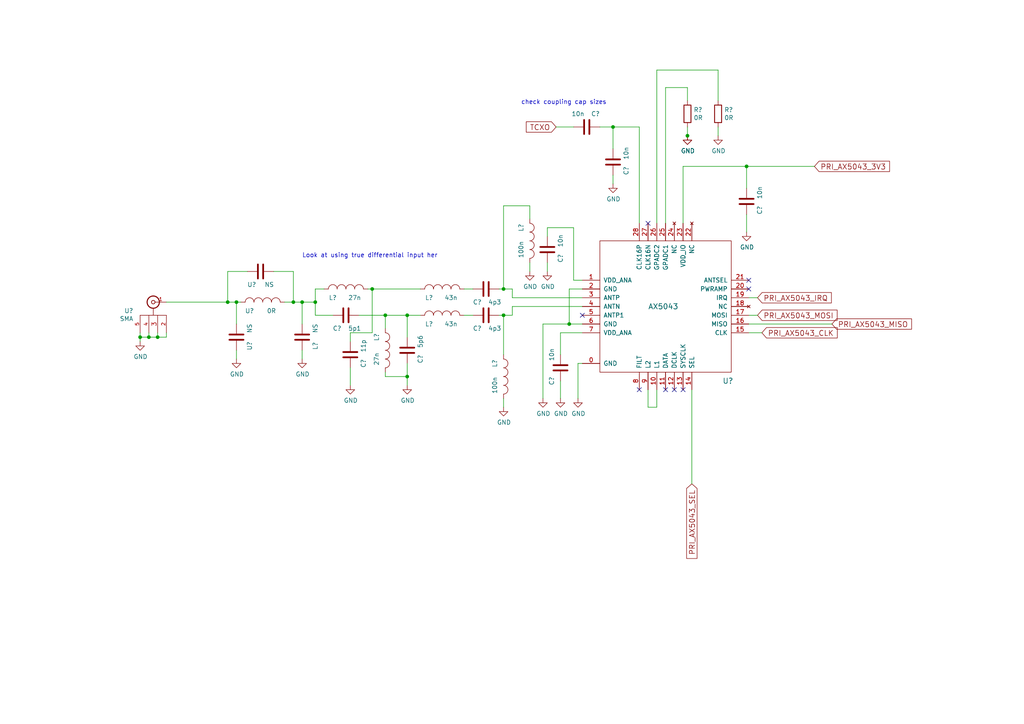
<source format=kicad_sch>
(kicad_sch (version 20211123) (generator eeschema)

  (uuid ff12af30-4b25-439a-bbff-31c75fbf9030)

  (paper "A4")

  (lib_symbols
    (symbol "rtihu-rescue:AX5043" (pin_names (offset 1.016)) (in_bom yes) (on_board yes)
      (property "Reference" "U" (id 0) (at 16.51 -20.32 0)
        (effects (font (size 1.524 1.524)))
      )
      (property "Value" "AX5043" (id 1) (at 0 0 0)
        (effects (font (size 1.524 1.524)))
      )
      (property "Footprint" "" (id 2) (at 0 0 0)
        (effects (font (size 1.524 1.524)) hide)
      )
      (property "Datasheet" "" (id 3) (at 16.51 -20.32 0)
        (effects (font (size 1.524 1.524)) hide)
      )
      (symbol "AX5043_0_1"
        (rectangle (start -19.05 19.05) (end 19.05 -19.05)
          (stroke (width 0) (type default) (color 0 0 0 0))
          (fill (type none))
        )
      )
      (symbol "AX5043_1_1"
        (pin passive line (at -24.13 -16.51 0) (length 5.08)
          (name "GND" (effects (font (size 1.27 1.27))))
          (number "0" (effects (font (size 1.27 1.27))))
        )
        (pin passive line (at -24.13 7.62 0) (length 5.08)
          (name "VDD_ANA" (effects (font (size 1.27 1.27))))
          (number "1" (effects (font (size 1.27 1.27))))
        )
        (pin passive line (at -2.54 -24.13 90) (length 5.08)
          (name "L1" (effects (font (size 1.27 1.27))))
          (number "10" (effects (font (size 1.27 1.27))))
        )
        (pin input line (at 0 -24.13 90) (length 5.08)
          (name "DATA" (effects (font (size 1.27 1.27))))
          (number "11" (effects (font (size 1.27 1.27))))
        )
        (pin input line (at 2.54 -24.13 90) (length 5.08)
          (name "DCLK" (effects (font (size 1.27 1.27))))
          (number "12" (effects (font (size 1.27 1.27))))
        )
        (pin output line (at 5.08 -24.13 90) (length 5.08)
          (name "SYSCLK" (effects (font (size 1.27 1.27))))
          (number "13" (effects (font (size 1.27 1.27))))
        )
        (pin input line (at 7.62 -24.13 90) (length 5.08)
          (name "SEL" (effects (font (size 1.27 1.27))))
          (number "14" (effects (font (size 1.27 1.27))))
        )
        (pin input line (at 24.13 -7.62 180) (length 5.08)
          (name "CLK" (effects (font (size 1.27 1.27))))
          (number "15" (effects (font (size 1.27 1.27))))
        )
        (pin output line (at 24.13 -5.08 180) (length 5.08)
          (name "MISO" (effects (font (size 1.27 1.27))))
          (number "16" (effects (font (size 1.27 1.27))))
        )
        (pin input line (at 24.13 -2.54 180) (length 5.08)
          (name "MOSI" (effects (font (size 1.27 1.27))))
          (number "17" (effects (font (size 1.27 1.27))))
        )
        (pin no_connect line (at 24.13 0 180) (length 5.08)
          (name "NC" (effects (font (size 1.27 1.27))))
          (number "18" (effects (font (size 1.27 1.27))))
        )
        (pin output line (at 24.13 2.54 180) (length 5.08)
          (name "IRQ" (effects (font (size 1.27 1.27))))
          (number "19" (effects (font (size 1.27 1.27))))
        )
        (pin input line (at -24.13 5.08 0) (length 5.08)
          (name "GND" (effects (font (size 1.27 1.27))))
          (number "2" (effects (font (size 1.27 1.27))))
        )
        (pin output line (at 24.13 5.08 180) (length 5.08)
          (name "PWRAMP" (effects (font (size 1.27 1.27))))
          (number "20" (effects (font (size 1.27 1.27))))
        )
        (pin output line (at 24.13 7.62 180) (length 5.08)
          (name "ANTSEL" (effects (font (size 1.27 1.27))))
          (number "21" (effects (font (size 1.27 1.27))))
        )
        (pin no_connect line (at 7.62 24.13 270) (length 5.08)
          (name "NC" (effects (font (size 1.27 1.27))))
          (number "22" (effects (font (size 1.27 1.27))))
        )
        (pin passive line (at 5.08 24.13 270) (length 5.08)
          (name "VDD_IO" (effects (font (size 1.27 1.27))))
          (number "23" (effects (font (size 1.27 1.27))))
        )
        (pin no_connect line (at 2.54 24.13 270) (length 5.08)
          (name "NC" (effects (font (size 1.27 1.27))))
          (number "24" (effects (font (size 1.27 1.27))))
        )
        (pin input line (at 0 24.13 270) (length 5.08)
          (name "GPADC1" (effects (font (size 1.27 1.27))))
          (number "25" (effects (font (size 1.27 1.27))))
        )
        (pin input line (at -2.54 24.13 270) (length 5.08)
          (name "GPADC2" (effects (font (size 1.27 1.27))))
          (number "26" (effects (font (size 1.27 1.27))))
        )
        (pin passive line (at -5.08 24.13 270) (length 5.08)
          (name "CLK16N" (effects (font (size 1.27 1.27))))
          (number "27" (effects (font (size 1.27 1.27))))
        )
        (pin passive line (at -7.62 24.13 270) (length 5.08)
          (name "CLK16P" (effects (font (size 1.27 1.27))))
          (number "28" (effects (font (size 1.27 1.27))))
        )
        (pin bidirectional line (at -24.13 2.54 0) (length 5.08)
          (name "ANTP" (effects (font (size 1.27 1.27))))
          (number "3" (effects (font (size 1.27 1.27))))
        )
        (pin bidirectional line (at -24.13 0 0) (length 5.08)
          (name "ANTN" (effects (font (size 1.27 1.27))))
          (number "4" (effects (font (size 1.27 1.27))))
        )
        (pin output line (at -24.13 -2.54 0) (length 5.08)
          (name "ANTP1" (effects (font (size 1.27 1.27))))
          (number "5" (effects (font (size 1.27 1.27))))
        )
        (pin input line (at -24.13 -5.08 0) (length 5.08)
          (name "GND" (effects (font (size 1.27 1.27))))
          (number "6" (effects (font (size 1.27 1.27))))
        )
        (pin passive line (at -24.13 -7.62 0) (length 5.08)
          (name "VDD_ANA" (effects (font (size 1.27 1.27))))
          (number "7" (effects (font (size 1.27 1.27))))
        )
        (pin passive line (at -7.62 -24.13 90) (length 5.08)
          (name "FILT" (effects (font (size 1.27 1.27))))
          (number "8" (effects (font (size 1.27 1.27))))
        )
        (pin passive line (at -5.08 -24.13 90) (length 5.08)
          (name "L2" (effects (font (size 1.27 1.27))))
          (number "9" (effects (font (size 1.27 1.27))))
        )
      )
    )
    (symbol "rtihu-rescue:C" (pin_numbers hide) (pin_names (offset 0.254)) (in_bom yes) (on_board yes)
      (property "Reference" "C" (id 0) (at 0.635 2.54 0)
        (effects (font (size 1.27 1.27)) (justify left))
      )
      (property "Value" "C" (id 1) (at 0.635 -2.54 0)
        (effects (font (size 1.27 1.27)) (justify left))
      )
      (property "Footprint" "" (id 2) (at 0.9652 -3.81 0)
        (effects (font (size 0.762 0.762)))
      )
      (property "Datasheet" "" (id 3) (at 0 0 0)
        (effects (font (size 1.524 1.524)))
      )
      (property "ki_fp_filters" "C? C_????_* C_???? SMD*_c Capacitor*" (id 4) (at 0 0 0)
        (effects (font (size 1.27 1.27)) hide)
      )
      (symbol "C_0_1"
        (polyline
          (pts
            (xy -2.032 -0.762)
            (xy 2.032 -0.762)
          )
          (stroke (width 0.508) (type default) (color 0 0 0 0))
          (fill (type none))
        )
        (polyline
          (pts
            (xy -2.032 0.762)
            (xy 2.032 0.762)
          )
          (stroke (width 0.508) (type default) (color 0 0 0 0))
          (fill (type none))
        )
      )
      (symbol "C_1_1"
        (pin passive line (at 0 3.81 270) (length 2.794)
          (name "~" (effects (font (size 1.016 1.016))))
          (number "1" (effects (font (size 1.016 1.016))))
        )
        (pin passive line (at 0 -3.81 90) (length 2.794)
          (name "~" (effects (font (size 1.016 1.016))))
          (number "2" (effects (font (size 1.016 1.016))))
        )
      )
    )
    (symbol "rtihu-rescue:GND" (power) (pin_names (offset 0)) (in_bom yes) (on_board yes)
      (property "Reference" "#PWR" (id 0) (at 0 -6.35 0)
        (effects (font (size 1.27 1.27)) hide)
      )
      (property "Value" "GND" (id 1) (at 0 -3.81 0)
        (effects (font (size 1.27 1.27)))
      )
      (property "Footprint" "" (id 2) (at 0 0 0)
        (effects (font (size 1.524 1.524)))
      )
      (property "Datasheet" "" (id 3) (at 0 0 0)
        (effects (font (size 1.524 1.524)))
      )
      (symbol "GND_0_1"
        (polyline
          (pts
            (xy 0 0)
            (xy 0 -1.27)
            (xy 1.27 -1.27)
            (xy 0 -2.54)
            (xy -1.27 -1.27)
            (xy 0 -1.27)
          )
          (stroke (width 0) (type default) (color 0 0 0 0))
          (fill (type none))
        )
      )
      (symbol "GND_1_1"
        (pin power_in line (at 0 0 270) (length 0) hide
          (name "GND" (effects (font (size 1.27 1.27))))
          (number "1" (effects (font (size 1.27 1.27))))
        )
      )
    )
    (symbol "rtihu-rescue:INDUCTOR_SMALL" (pin_numbers hide) (pin_names (offset 0) hide) (in_bom yes) (on_board yes)
      (property "Reference" "L" (id 0) (at 0 2.54 0)
        (effects (font (size 1.27 1.27)))
      )
      (property "Value" "INDUCTOR_SMALL" (id 1) (at 0 -1.27 0)
        (effects (font (size 1.27 1.27)))
      )
      (property "Footprint" "" (id 2) (at 0 0 0)
        (effects (font (size 1.27 1.27)))
      )
      (property "Datasheet" "" (id 3) (at 0 0 0)
        (effects (font (size 1.27 1.27)))
      )
      (property "ki_fp_filters" "Choke_* *Coil*" (id 4) (at 0 0 0)
        (effects (font (size 1.27 1.27)) hide)
      )
      (symbol "INDUCTOR_SMALL_0_1"
        (arc (start -2.54 0) (mid -3.81 1.27) (end -5.08 0)
          (stroke (width 0) (type default) (color 0 0 0 0))
          (fill (type none))
        )
        (arc (start 0 0) (mid -1.27 1.27) (end -2.54 0)
          (stroke (width 0) (type default) (color 0 0 0 0))
          (fill (type none))
        )
        (arc (start 2.54 0) (mid 1.27 1.27) (end 0 0)
          (stroke (width 0) (type default) (color 0 0 0 0))
          (fill (type none))
        )
        (arc (start 5.08 0) (mid 3.81 1.27) (end 2.54 0)
          (stroke (width 0) (type default) (color 0 0 0 0))
          (fill (type none))
        )
      )
      (symbol "INDUCTOR_SMALL_1_1"
        (pin input line (at -6.35 0 0) (length 1.27)
          (name "1" (effects (font (size 0.762 0.762))))
          (number "1" (effects (font (size 0.762 0.762))))
        )
        (pin input line (at 6.35 0 180) (length 1.27)
          (name "2" (effects (font (size 0.762 0.762))))
          (number "2" (effects (font (size 0.762 0.762))))
        )
      )
    )
    (symbol "rtihu-rescue:R" (pin_numbers hide) (pin_names (offset 0)) (in_bom yes) (on_board yes)
      (property "Reference" "R" (id 0) (at 2.032 0 90)
        (effects (font (size 1.27 1.27)))
      )
      (property "Value" "R" (id 1) (at 0 0 90)
        (effects (font (size 1.27 1.27)))
      )
      (property "Footprint" "" (id 2) (at -1.778 0 90)
        (effects (font (size 0.762 0.762)))
      )
      (property "Datasheet" "" (id 3) (at 0 0 0)
        (effects (font (size 0.762 0.762)))
      )
      (property "ki_fp_filters" "R_* Resistor_*" (id 4) (at 0 0 0)
        (effects (font (size 1.27 1.27)) hide)
      )
      (symbol "R_0_1"
        (rectangle (start -1.016 -2.54) (end 1.016 2.54)
          (stroke (width 0.254) (type default) (color 0 0 0 0))
          (fill (type none))
        )
      )
      (symbol "R_1_1"
        (pin passive line (at 0 3.81 270) (length 1.27)
          (name "~" (effects (font (size 1.524 1.524))))
          (number "1" (effects (font (size 1.524 1.524))))
        )
        (pin passive line (at 0 -3.81 90) (length 1.27)
          (name "~" (effects (font (size 1.524 1.524))))
          (number "2" (effects (font (size 1.524 1.524))))
        )
      )
    )
    (symbol "rtihu-rescue:SMA" (pin_names (offset 1.016) hide) (in_bom yes) (on_board yes)
      (property "Reference" "P" (id 0) (at 0.254 3.048 0)
        (effects (font (size 1.27 1.27)))
      )
      (property "Value" "SMA" (id 1) (at 2.794 -1.524 90)
        (effects (font (size 1.27 1.27)))
      )
      (property "Footprint" "" (id 2) (at 0 0 0)
        (effects (font (size 1.27 1.27)))
      )
      (property "Datasheet" "" (id 3) (at 0 0 0)
        (effects (font (size 1.27 1.27)))
      )
      (property "ki_fp_filters" "BNC_* bnc bnc-*" (id 4) (at 0 0 0)
        (effects (font (size 1.27 1.27)) hide)
      )
      (symbol "SMA_0_1"
        (polyline
          (pts
            (xy -3.81 -3.81)
            (xy 3.81 -3.81)
          )
          (stroke (width 0) (type default) (color 0 0 0 0))
          (fill (type none))
        )
        (polyline
          (pts
            (xy 0 -3.81)
            (xy 0 -1.778)
          )
          (stroke (width 0) (type default) (color 0 0 0 0))
          (fill (type none))
        )
        (circle (center 0 0) (radius 0.508)
          (stroke (width 0.2032) (type default) (color 0 0 0 0))
          (fill (type none))
        )
        (circle (center 0 0) (radius 1.778)
          (stroke (width 0.3048) (type default) (color 0 0 0 0))
          (fill (type none))
        )
      )
      (symbol "SMA_1_1"
        (pin passive line (at -3.81 0 0) (length 3.302)
          (name "In" (effects (font (size 1.016 1.016))))
          (number "1" (effects (font (size 1.016 1.016))))
        )
        (pin passive line (at -3.81 -8.89 90) (length 5.08)
          (name "Body" (effects (font (size 1.016 1.016))))
          (number "2" (effects (font (size 1.016 1.016))))
        )
        (pin input line (at -1.27 -8.89 90) (length 5.08)
          (name "3" (effects (font (size 1.27 1.27))))
          (number "3" (effects (font (size 1.27 1.27))))
        )
        (pin passive line (at 1.27 -8.89 90) (length 5.08)
          (name "4" (effects (font (size 1.016 1.016))))
          (number "4" (effects (font (size 1.016 1.016))))
        )
        (pin passive line (at 3.81 -8.89 90) (length 5.08)
          (name "5" (effects (font (size 1.016 1.016))))
          (number "5" (effects (font (size 1.016 1.016))))
        )
      )
    )
  )

  (junction (at 43.18 97.79) (diameter 0) (color 0 0 0 0)
    (uuid 00a891ea-fcb8-406d-9168-59d6f0925c05)
  )
  (junction (at 146.05 83.82) (diameter 0) (color 0 0 0 0)
    (uuid 0c09f110-f9fa-4cee-9b8e-cc888d65f924)
  )
  (junction (at 118.11 91.44) (diameter 0) (color 0 0 0 0)
    (uuid 16f63e86-035d-4a18-8b15-548fa7fe7f0a)
  )
  (junction (at 45.72 97.79) (diameter 0) (color 0 0 0 0)
    (uuid 1b309203-697b-45a4-abdd-cbbc0e1b952e)
  )
  (junction (at 146.05 91.44) (diameter 0) (color 0 0 0 0)
    (uuid 1f06948e-62d5-448b-a837-d87aa0145770)
  )
  (junction (at 68.58 87.63) (diameter 0) (color 0 0 0 0)
    (uuid 33841222-8cd6-41c7-8e2d-cd7bd5247d29)
  )
  (junction (at 87.63 87.63) (diameter 0) (color 0 0 0 0)
    (uuid 43e474d1-275d-4775-bdea-4b4a35201634)
  )
  (junction (at 107.95 83.82) (diameter 0) (color 0 0 0 0)
    (uuid 4b31691b-92b7-47ac-98e8-a297052c47f6)
  )
  (junction (at 66.04 87.63) (diameter 0) (color 0 0 0 0)
    (uuid 5bd1f86e-8a7c-4e46-b9a0-066c3d9571d4)
  )
  (junction (at 85.09 87.63) (diameter 0) (color 0 0 0 0)
    (uuid 5d882bf5-cc9a-48d8-93df-eec066cfba41)
  )
  (junction (at 165.1 93.98) (diameter 0) (color 0 0 0 0)
    (uuid 6af83b2b-45bf-4a51-9e22-f0d3b3078929)
  )
  (junction (at 40.64 97.79) (diameter 0) (color 0 0 0 0)
    (uuid 71cda97a-6234-471d-896f-9e54baf8539c)
  )
  (junction (at 111.76 91.44) (diameter 0) (color 0 0 0 0)
    (uuid 9d426ccb-1538-4e0a-8f13-8d52ef9269a2)
  )
  (junction (at 91.44 87.63) (diameter 0) (color 0 0 0 0)
    (uuid a910409b-3cb8-40f0-8e9b-9bfb6c186915)
  )
  (junction (at 177.8 36.83) (diameter 0) (color 0 0 0 0)
    (uuid aabd44f9-ef84-49b8-90e2-c3f84876600c)
  )
  (junction (at 199.39 39.37) (diameter 0) (color 0 0 0 0)
    (uuid bc4b43ff-2aae-4ca6-9e17-a2b216748d06)
  )
  (junction (at 216.535 48.26) (diameter 0) (color 0 0 0 0)
    (uuid c50e0910-233e-4da9-aa16-f4b6344af4bc)
  )
  (junction (at 118.11 109.22) (diameter 0) (color 0 0 0 0)
    (uuid d22f17bf-ef12-4c13-b4a8-c55c1ac8ea57)
  )

  (no_connect (at 185.42 113.03) (uuid 5915358c-4ef7-46ac-984d-e9b6530d3c90))
  (no_connect (at 168.91 91.44) (uuid 5d687b18-58d8-4559-a2be-5315f27d60d1))
  (no_connect (at 195.58 113.03) (uuid 77e71c5f-5991-4aed-900a-e8c5d9e8b305))
  (no_connect (at 187.96 64.77) (uuid 8d564560-98af-44db-b98b-efd766808996))
  (no_connect (at 198.12 113.03) (uuid d5803bfa-c126-487e-9929-c0b144957729))
  (no_connect (at 217.17 81.28) (uuid e07a2ff0-aaa3-4ad3-a833-44057f034a5c))
  (no_connect (at 193.04 113.03) (uuid f0e7385b-9b30-46ef-bc81-6909ec214a42))
  (no_connect (at 217.17 83.82) (uuid f762d2de-a8cb-4de7-95d8-8759b5fd4d43))

  (wire (pts (xy 187.96 118.11) (xy 190.5 118.11))
    (stroke (width 0) (type default) (color 0 0 0 0))
    (uuid 05f919aa-11eb-49ba-a092-a3e3b105e7da)
  )
  (wire (pts (xy 216.535 62.23) (xy 216.535 67.31))
    (stroke (width 0) (type default) (color 0 0 0 0))
    (uuid 0689af43-1d21-4e1b-95c7-62015b7a4227)
  )
  (wire (pts (xy 199.39 25.4) (xy 199.39 29.21))
    (stroke (width 0) (type default) (color 0 0 0 0))
    (uuid 08bb36c7-a0a7-4739-a885-4712b06a865d)
  )
  (wire (pts (xy 71.755 78.74) (xy 66.04 78.74))
    (stroke (width 0) (type default) (color 0 0 0 0))
    (uuid 097e16a6-5e78-4f3d-baf9-6a4588b77050)
  )
  (wire (pts (xy 158.75 66.04) (xy 158.75 68.58))
    (stroke (width 0) (type default) (color 0 0 0 0))
    (uuid 0c0e4c0f-413f-4a89-8def-7cdbc87254d0)
  )
  (wire (pts (xy 153.67 76.2) (xy 153.67 78.74))
    (stroke (width 0) (type default) (color 0 0 0 0))
    (uuid 142ceb3e-89f0-4200-a9c1-6c0ce37b0600)
  )
  (wire (pts (xy 198.12 64.77) (xy 198.12 48.26))
    (stroke (width 0) (type default) (color 0 0 0 0))
    (uuid 205fbd43-d4d3-4389-a8e2-6f743c90d7f7)
  )
  (wire (pts (xy 106.68 83.82) (xy 107.95 83.82))
    (stroke (width 0) (type default) (color 0 0 0 0))
    (uuid 26e9a624-24dd-4633-b451-fdd6a4d0b874)
  )
  (wire (pts (xy 199.39 36.83) (xy 199.39 39.37))
    (stroke (width 0) (type default) (color 0 0 0 0))
    (uuid 2b080168-221f-4be1-9f86-ab9f9cf2f23b)
  )
  (wire (pts (xy 85.09 87.63) (xy 87.63 87.63))
    (stroke (width 0) (type default) (color 0 0 0 0))
    (uuid 2b8db1b3-5edd-40cf-b030-c45040690d78)
  )
  (wire (pts (xy 146.05 115.57) (xy 146.05 118.11))
    (stroke (width 0) (type default) (color 0 0 0 0))
    (uuid 2e2ca93a-6eb1-4e4b-b6b6-75d33714cf99)
  )
  (wire (pts (xy 165.1 83.82) (xy 165.1 93.98))
    (stroke (width 0) (type default) (color 0 0 0 0))
    (uuid 2ec496df-5b4c-4054-aff5-9e4a5f40612b)
  )
  (wire (pts (xy 177.8 36.83) (xy 185.42 36.83))
    (stroke (width 0) (type default) (color 0 0 0 0))
    (uuid 2f40fbfa-9b57-4acf-bd06-9404b5b4345b)
  )
  (wire (pts (xy 208.28 20.32) (xy 208.28 29.21))
    (stroke (width 0) (type default) (color 0 0 0 0))
    (uuid 30b6e527-cd00-45ac-a9a7-3362f5a4874a)
  )
  (wire (pts (xy 190.5 113.03) (xy 190.5 118.11))
    (stroke (width 0) (type default) (color 0 0 0 0))
    (uuid 35132e05-fc2a-470d-84c0-9170943e0db1)
  )
  (wire (pts (xy 87.63 93.98) (xy 87.63 87.63))
    (stroke (width 0) (type default) (color 0 0 0 0))
    (uuid 391d38fe-49b3-442f-90e3-7682c725b3fa)
  )
  (wire (pts (xy 166.37 66.04) (xy 158.75 66.04))
    (stroke (width 0) (type default) (color 0 0 0 0))
    (uuid 3ab268aa-92c5-4ce7-9b4e-58ce21bdc332)
  )
  (wire (pts (xy 157.48 115.57) (xy 157.48 93.98))
    (stroke (width 0) (type default) (color 0 0 0 0))
    (uuid 3b25bff9-6577-4ab8-a1e5-aa62e69da786)
  )
  (wire (pts (xy 146.05 91.44) (xy 148.59 91.44))
    (stroke (width 0) (type default) (color 0 0 0 0))
    (uuid 3bfec65a-0daa-4080-ac9d-a671eff1e87a)
  )
  (wire (pts (xy 153.67 59.69) (xy 146.05 59.69))
    (stroke (width 0) (type default) (color 0 0 0 0))
    (uuid 41b7a046-6c3f-4b68-aabf-3e4e94b6d7de)
  )
  (wire (pts (xy 187.96 113.03) (xy 187.96 118.11))
    (stroke (width 0) (type default) (color 0 0 0 0))
    (uuid 456da926-0139-4585-a4c8-cbb758509149)
  )
  (wire (pts (xy 101.6 96.52) (xy 101.6 99.06))
    (stroke (width 0) (type default) (color 0 0 0 0))
    (uuid 4bee7f61-cbca-4d07-adef-baece95213fe)
  )
  (wire (pts (xy 193.04 25.4) (xy 193.04 64.77))
    (stroke (width 0) (type default) (color 0 0 0 0))
    (uuid 4c6fe03d-8298-49d4-b382-fddd13c149c5)
  )
  (wire (pts (xy 217.17 86.36) (xy 219.71 86.36))
    (stroke (width 0) (type default) (color 0 0 0 0))
    (uuid 5104b4ef-1c70-478f-baea-4488f29c6c2b)
  )
  (wire (pts (xy 148.59 83.82) (xy 148.59 86.36))
    (stroke (width 0) (type default) (color 0 0 0 0))
    (uuid 52f52210-9832-4fff-a3be-69faeb0f359c)
  )
  (wire (pts (xy 216.535 54.61) (xy 216.535 48.26))
    (stroke (width 0) (type default) (color 0 0 0 0))
    (uuid 52fe983d-4e17-4d67-83d8-957870713042)
  )
  (wire (pts (xy 111.76 91.44) (xy 111.76 95.25))
    (stroke (width 0) (type default) (color 0 0 0 0))
    (uuid 53abb8d4-059a-4e31-98ec-4038be35739f)
  )
  (wire (pts (xy 217.17 96.52) (xy 220.98 96.52))
    (stroke (width 0) (type default) (color 0 0 0 0))
    (uuid 55cb55e4-354a-41bc-a62f-b2d17b941c2d)
  )
  (wire (pts (xy 162.56 110.49) (xy 162.56 115.57))
    (stroke (width 0) (type default) (color 0 0 0 0))
    (uuid 59d2d68a-9962-4d0c-9766-ee99e59dfe69)
  )
  (wire (pts (xy 93.98 83.82) (xy 91.44 83.82))
    (stroke (width 0) (type default) (color 0 0 0 0))
    (uuid 5afbc182-6cfd-4494-a81d-f6d6c07e5afa)
  )
  (wire (pts (xy 45.72 97.79) (xy 45.72 96.52))
    (stroke (width 0) (type default) (color 0 0 0 0))
    (uuid 606c616d-44d5-4a92-8627-34b51c4b8ad3)
  )
  (wire (pts (xy 85.09 78.74) (xy 85.09 87.63))
    (stroke (width 0) (type default) (color 0 0 0 0))
    (uuid 606df8b4-b036-4585-bb07-1f8551caa47b)
  )
  (wire (pts (xy 66.04 87.63) (xy 68.58 87.63))
    (stroke (width 0) (type default) (color 0 0 0 0))
    (uuid 60e87573-7b21-4546-88a9-55fa4cdbf99c)
  )
  (wire (pts (xy 165.1 93.98) (xy 168.91 93.98))
    (stroke (width 0) (type default) (color 0 0 0 0))
    (uuid 6380df71-c347-4a3d-8e58-fc6fe745d01a)
  )
  (wire (pts (xy 146.05 59.69) (xy 146.05 83.82))
    (stroke (width 0) (type default) (color 0 0 0 0))
    (uuid 6b62a5bd-f7b1-4848-bdb7-157a64afc8c5)
  )
  (wire (pts (xy 107.95 83.82) (xy 121.92 83.82))
    (stroke (width 0) (type default) (color 0 0 0 0))
    (uuid 6baeafa2-c839-4716-8e3b-0d019e7f73ce)
  )
  (wire (pts (xy 134.62 83.82) (xy 137.16 83.82))
    (stroke (width 0) (type default) (color 0 0 0 0))
    (uuid 6c010410-1fa4-44bb-81be-03b3b4c3d48d)
  )
  (wire (pts (xy 87.63 101.6) (xy 87.63 104.14))
    (stroke (width 0) (type default) (color 0 0 0 0))
    (uuid 6c0842ed-cd17-4f6d-af77-c94ae75080a2)
  )
  (wire (pts (xy 148.59 88.9) (xy 168.91 88.9))
    (stroke (width 0) (type default) (color 0 0 0 0))
    (uuid 6d2c515d-05de-4792-8bb7-ebeb48464b94)
  )
  (wire (pts (xy 217.17 91.44) (xy 219.71 91.44))
    (stroke (width 0) (type default) (color 0 0 0 0))
    (uuid 720d3fac-3781-4b23-97e8-5cbf013efeae)
  )
  (wire (pts (xy 40.64 96.52) (xy 40.64 97.79))
    (stroke (width 0) (type default) (color 0 0 0 0))
    (uuid 7563bdc7-f9cc-4d51-bde0-ecb957535a83)
  )
  (wire (pts (xy 40.64 97.79) (xy 40.64 99.06))
    (stroke (width 0) (type default) (color 0 0 0 0))
    (uuid 7607ab13-ebbf-4d04-b741-8c12aab0683d)
  )
  (wire (pts (xy 118.11 91.44) (xy 121.92 91.44))
    (stroke (width 0) (type default) (color 0 0 0 0))
    (uuid 79ea5861-e6a2-40d6-8e27-3c00c5878c73)
  )
  (wire (pts (xy 146.05 102.87) (xy 146.05 91.44))
    (stroke (width 0) (type default) (color 0 0 0 0))
    (uuid 7ac81cf1-ca11-4f28-80c6-3b55f7a0ad47)
  )
  (wire (pts (xy 107.95 83.82) (xy 107.95 96.52))
    (stroke (width 0) (type default) (color 0 0 0 0))
    (uuid 7aeb48ea-72d5-4fd6-8391-9d8db8b4e947)
  )
  (wire (pts (xy 66.04 78.74) (xy 66.04 87.63))
    (stroke (width 0) (type default) (color 0 0 0 0))
    (uuid 7f2e4232-b41e-4206-8ad0-3fa7cdd26990)
  )
  (wire (pts (xy 68.58 93.98) (xy 68.58 87.63))
    (stroke (width 0) (type default) (color 0 0 0 0))
    (uuid 851d8c3d-5b9d-4c2e-ba2a-dbb05bd04b47)
  )
  (wire (pts (xy 190.5 20.32) (xy 190.5 64.77))
    (stroke (width 0) (type default) (color 0 0 0 0))
    (uuid 88698596-ac00-4766-9e7f-eba06f0407c8)
  )
  (wire (pts (xy 185.42 36.83) (xy 185.42 64.77))
    (stroke (width 0) (type default) (color 0 0 0 0))
    (uuid 8c86c757-4709-471b-883c-08a280a4552a)
  )
  (wire (pts (xy 173.99 36.83) (xy 177.8 36.83))
    (stroke (width 0) (type default) (color 0 0 0 0))
    (uuid 8d697944-d04e-4e47-b290-f264c9abcdf1)
  )
  (wire (pts (xy 91.44 87.63) (xy 91.44 91.44))
    (stroke (width 0) (type default) (color 0 0 0 0))
    (uuid 8dd207b1-2bb5-4730-ab5d-88bc5515f293)
  )
  (wire (pts (xy 137.16 91.44) (xy 134.62 91.44))
    (stroke (width 0) (type default) (color 0 0 0 0))
    (uuid 8e92a26b-8055-4374-88c6-999d9bc1a819)
  )
  (wire (pts (xy 158.75 76.2) (xy 158.75 78.74))
    (stroke (width 0) (type default) (color 0 0 0 0))
    (uuid 935de27d-1d56-4061-a99c-0dd4d3f90aaa)
  )
  (wire (pts (xy 111.76 91.44) (xy 118.11 91.44))
    (stroke (width 0) (type default) (color 0 0 0 0))
    (uuid 95d44625-aaf2-404e-b6c4-c48ccc4939a3)
  )
  (wire (pts (xy 91.44 83.82) (xy 91.44 87.63))
    (stroke (width 0) (type default) (color 0 0 0 0))
    (uuid 98eab9ae-7202-4a6e-8089-fb8a980db530)
  )
  (wire (pts (xy 168.91 105.41) (xy 167.64 105.41))
    (stroke (width 0) (type default) (color 0 0 0 0))
    (uuid 9d2c2e35-1fdf-461e-b0fe-3edb7c6175c2)
  )
  (wire (pts (xy 68.58 87.63) (xy 69.85 87.63))
    (stroke (width 0) (type default) (color 0 0 0 0))
    (uuid a2886b3f-1498-4956-a204-e2d6849d14e0)
  )
  (wire (pts (xy 217.17 93.98) (xy 241.3 93.98))
    (stroke (width 0) (type default) (color 0 0 0 0))
    (uuid a5ced7b1-903f-4db6-b634-6fd6d35dd288)
  )
  (wire (pts (xy 48.26 97.79) (xy 48.26 96.52))
    (stroke (width 0) (type default) (color 0 0 0 0))
    (uuid a8b80b7d-dce9-4306-bb92-19837e3d3599)
  )
  (wire (pts (xy 200.66 113.03) (xy 200.66 140.335))
    (stroke (width 0) (type default) (color 0 0 0 0))
    (uuid a8d42b7c-2c60-4f49-91a7-ec10d7a97a11)
  )
  (wire (pts (xy 118.11 105.41) (xy 118.11 109.22))
    (stroke (width 0) (type default) (color 0 0 0 0))
    (uuid abb9d979-5864-4ced-bfb6-2b2ca73c9ac8)
  )
  (wire (pts (xy 48.26 87.63) (xy 66.04 87.63))
    (stroke (width 0) (type default) (color 0 0 0 0))
    (uuid b2b3058d-977e-4e6e-96cb-c6cb1e52ce56)
  )
  (wire (pts (xy 68.58 101.6) (xy 68.58 104.14))
    (stroke (width 0) (type default) (color 0 0 0 0))
    (uuid ba4a6c1a-37a0-49e2-96b0-1a31984484e9)
  )
  (wire (pts (xy 144.78 91.44) (xy 146.05 91.44))
    (stroke (width 0) (type default) (color 0 0 0 0))
    (uuid be441990-fbe1-4ffc-97b4-363421aca431)
  )
  (wire (pts (xy 104.14 91.44) (xy 111.76 91.44))
    (stroke (width 0) (type default) (color 0 0 0 0))
    (uuid bfbf2238-4f6c-491c-a502-0cb68da8ebf6)
  )
  (wire (pts (xy 167.64 105.41) (xy 167.64 115.57))
    (stroke (width 0) (type default) (color 0 0 0 0))
    (uuid c635553f-46d0-426e-9e34-ecf5d1f7a307)
  )
  (wire (pts (xy 87.63 87.63) (xy 91.44 87.63))
    (stroke (width 0) (type default) (color 0 0 0 0))
    (uuid c666d6fe-ee57-47fa-9cba-d3ac438a31c4)
  )
  (wire (pts (xy 107.95 96.52) (xy 101.6 96.52))
    (stroke (width 0) (type default) (color 0 0 0 0))
    (uuid c7e1cd38-3b42-4c24-9fea-2ae2ef61eb6f)
  )
  (wire (pts (xy 91.44 91.44) (xy 96.52 91.44))
    (stroke (width 0) (type default) (color 0 0 0 0))
    (uuid cafc76a3-42fc-48cc-80a4-5815d9989ff4)
  )
  (wire (pts (xy 144.78 83.82) (xy 146.05 83.82))
    (stroke (width 0) (type default) (color 0 0 0 0))
    (uuid cc8f8d55-550d-4589-8085-3544fc6c9e17)
  )
  (wire (pts (xy 162.56 96.52) (xy 162.56 102.87))
    (stroke (width 0) (type default) (color 0 0 0 0))
    (uuid cd160369-a229-46b7-98b4-fb912d7ed585)
  )
  (wire (pts (xy 146.05 83.82) (xy 148.59 83.82))
    (stroke (width 0) (type default) (color 0 0 0 0))
    (uuid cf3c4676-3663-451d-838b-c0c1897b588a)
  )
  (wire (pts (xy 43.18 97.79) (xy 45.72 97.79))
    (stroke (width 0) (type default) (color 0 0 0 0))
    (uuid d267551b-2de0-40ea-8cb4-49baa2781236)
  )
  (wire (pts (xy 148.59 91.44) (xy 148.59 88.9))
    (stroke (width 0) (type default) (color 0 0 0 0))
    (uuid d4748570-d200-4e8c-a39e-452add5087dd)
  )
  (wire (pts (xy 111.76 109.22) (xy 118.11 109.22))
    (stroke (width 0) (type default) (color 0 0 0 0))
    (uuid d6595844-b104-445c-bbe2-d4c7f18c7834)
  )
  (wire (pts (xy 198.12 48.26) (xy 216.535 48.26))
    (stroke (width 0) (type default) (color 0 0 0 0))
    (uuid d65c3c06-190f-4fbc-95e3-7e5f1e942f6e)
  )
  (wire (pts (xy 157.48 93.98) (xy 165.1 93.98))
    (stroke (width 0) (type default) (color 0 0 0 0))
    (uuid d7420fe6-6b53-4dab-a40c-925c8c941d04)
  )
  (wire (pts (xy 177.8 50.8) (xy 177.8 53.34))
    (stroke (width 0) (type default) (color 0 0 0 0))
    (uuid d83fcdd7-c1fa-4b49-8493-4b099111608c)
  )
  (wire (pts (xy 148.59 86.36) (xy 168.91 86.36))
    (stroke (width 0) (type default) (color 0 0 0 0))
    (uuid d99336af-160f-4806-86a3-56c8a475db0e)
  )
  (wire (pts (xy 208.28 36.83) (xy 208.28 39.37))
    (stroke (width 0) (type default) (color 0 0 0 0))
    (uuid dc8c2416-ba43-40c7-955c-f78bb391141c)
  )
  (wire (pts (xy 216.535 48.26) (xy 236.22 48.26))
    (stroke (width 0) (type default) (color 0 0 0 0))
    (uuid dcb1f08c-9bc0-445e-9f18-e44c6ee1a90c)
  )
  (wire (pts (xy 43.18 97.79) (xy 43.18 96.52))
    (stroke (width 0) (type default) (color 0 0 0 0))
    (uuid dd96261c-88d9-4d7b-803f-ccc8a00b736f)
  )
  (wire (pts (xy 79.375 78.74) (xy 85.09 78.74))
    (stroke (width 0) (type default) (color 0 0 0 0))
    (uuid ddce1dc4-3b44-4214-8792-8edb24380283)
  )
  (wire (pts (xy 190.5 20.32) (xy 208.28 20.32))
    (stroke (width 0) (type default) (color 0 0 0 0))
    (uuid de32d7db-1931-48db-ad08-0e39e6b2900f)
  )
  (wire (pts (xy 168.91 81.28) (xy 166.37 81.28))
    (stroke (width 0) (type default) (color 0 0 0 0))
    (uuid dee24d20-06df-4953-9b72-630c40b4600d)
  )
  (wire (pts (xy 118.11 109.22) (xy 118.11 111.76))
    (stroke (width 0) (type default) (color 0 0 0 0))
    (uuid df9851fe-0500-4bee-aa1f-7fa5e05d10f1)
  )
  (wire (pts (xy 161.29 36.83) (xy 166.37 36.83))
    (stroke (width 0) (type default) (color 0 0 0 0))
    (uuid e4f92300-57fe-4f31-8813-ea77a58fee06)
  )
  (wire (pts (xy 166.37 81.28) (xy 166.37 66.04))
    (stroke (width 0) (type default) (color 0 0 0 0))
    (uuid e59e3a92-e873-47fb-b2ac-45f7d7ab60aa)
  )
  (wire (pts (xy 193.04 25.4) (xy 199.39 25.4))
    (stroke (width 0) (type default) (color 0 0 0 0))
    (uuid e79597e9-a601-4528-9d9f-872c093f3fc3)
  )
  (wire (pts (xy 82.55 87.63) (xy 85.09 87.63))
    (stroke (width 0) (type default) (color 0 0 0 0))
    (uuid e8e48385-231d-469b-9ae7-fc4a77239d09)
  )
  (wire (pts (xy 153.67 63.5) (xy 153.67 59.69))
    (stroke (width 0) (type default) (color 0 0 0 0))
    (uuid f072c3df-9447-40f6-a4a6-5549ebf69de0)
  )
  (wire (pts (xy 168.91 96.52) (xy 162.56 96.52))
    (stroke (width 0) (type default) (color 0 0 0 0))
    (uuid f0b0f722-1d3d-4f49-8e98-01588945f225)
  )
  (wire (pts (xy 45.72 97.79) (xy 48.26 97.79))
    (stroke (width 0) (type default) (color 0 0 0 0))
    (uuid f1469b7b-f8b9-48a1-81d5-2924364ed76c)
  )
  (wire (pts (xy 40.64 97.79) (xy 43.18 97.79))
    (stroke (width 0) (type default) (color 0 0 0 0))
    (uuid f32508a1-e879-43af-a1a0-18c4473c5846)
  )
  (wire (pts (xy 118.11 91.44) (xy 118.11 97.79))
    (stroke (width 0) (type default) (color 0 0 0 0))
    (uuid f9a19b69-b628-4f0b-a8fd-d56c593c06b8)
  )
  (wire (pts (xy 168.91 83.82) (xy 165.1 83.82))
    (stroke (width 0) (type default) (color 0 0 0 0))
    (uuid fad09429-e643-433e-b0b5-cfcbcdfe7a24)
  )
  (wire (pts (xy 177.8 36.83) (xy 177.8 43.18))
    (stroke (width 0) (type default) (color 0 0 0 0))
    (uuid fceba31d-c173-44c4-9c6a-5031476d7a8c)
  )
  (wire (pts (xy 111.76 107.95) (xy 111.76 109.22))
    (stroke (width 0) (type default) (color 0 0 0 0))
    (uuid fcf1e14d-85f5-4958-bbe5-94a62fae0983)
  )
  (wire (pts (xy 101.6 106.68) (xy 101.6 111.76))
    (stroke (width 0) (type default) (color 0 0 0 0))
    (uuid ff3eb0ac-b90e-4a91-913e-f5fa6ec0a081)
  )

  (text "\n\n\n\n\n\n\n\n\n\n\n\n\n\n\ncheck coupling cap sizes" (at 151.13 30.48 0)
    (effects (font (size 1.27 1.27)) (justify left bottom))
    (uuid 6ffb7760-092a-4985-bc62-2183f42d8f35)
  )
  (text "Look at using true differential input her\n" (at 87.63 74.93 0)
    (effects (font (size 1.27 1.27)) (justify left bottom))
    (uuid cc673f6c-9ae5-47ba-8047-dad2b1106408)
  )

  (global_label "PRI_AX5043_IRQ" (shape input) (at 219.71 86.36 0) (fields_autoplaced)
    (effects (font (size 1.524 1.524)) (justify left))
    (uuid 4be52f3a-5fbb-49ac-8d80-75cad11f9fe8)
    (property "Intersheet References" "${INTERSHEET_REFS}" (id 0) (at -105.41 -10.16 0)
      (effects (font (size 1.27 1.27)) hide)
    )
  )
  (global_label "TCXO" (shape input) (at 161.29 36.83 180) (fields_autoplaced)
    (effects (font (size 1.524 1.524)) (justify right))
    (uuid 79538cbb-c11d-437b-a103-2288ae366db5)
    (property "Intersheet References" "${INTERSHEET_REFS}" (id 0) (at 152.6613 36.7348 0)
      (effects (font (size 1.524 1.524)) (justify right) hide)
    )
  )
  (global_label "PRI_AX5043_CLK" (shape input) (at 220.98 96.52 0) (fields_autoplaced)
    (effects (font (size 1.524 1.524)) (justify left))
    (uuid 79707551-6f17-4fd9-b0d3-920e961bf8d3)
    (property "Intersheet References" "${INTERSHEET_REFS}" (id 0) (at -105.41 -10.16 0)
      (effects (font (size 1.27 1.27)) hide)
    )
  )
  (global_label "PRI_AX5043_3V3" (shape input) (at 236.22 48.26 0) (fields_autoplaced)
    (effects (font (size 1.524 1.524)) (justify left))
    (uuid 7ef45d89-dcf4-4010-bc2b-3fcf25fe6f28)
    (property "Intersheet References" "${INTERSHEET_REFS}" (id 0) (at -105.41 -10.16 0)
      (effects (font (size 1.27 1.27)) hide)
    )
  )
  (global_label "PRI_AX5043_SEL" (shape input) (at 200.66 140.335 270) (fields_autoplaced)
    (effects (font (size 1.524 1.524)) (justify right))
    (uuid ac28e294-1717-4371-b6a3-075ed7f6e098)
    (property "Intersheet References" "${INTERSHEET_REFS}" (id 0) (at -105.41 -10.16 0)
      (effects (font (size 1.27 1.27)) hide)
    )
  )
  (global_label "PRI_AX5043_MISO" (shape input) (at 241.3 93.98 0) (fields_autoplaced)
    (effects (font (size 1.524 1.524)) (justify left))
    (uuid ef130876-1c7f-4245-b7b5-a1a97eb7c287)
    (property "Intersheet References" "${INTERSHEET_REFS}" (id 0) (at -105.41 -10.16 0)
      (effects (font (size 1.27 1.27)) hide)
    )
  )
  (global_label "PRI_AX5043_MOSI" (shape input) (at 219.71 91.44 0) (fields_autoplaced)
    (effects (font (size 1.524 1.524)) (justify left))
    (uuid fbebe442-37e2-435c-94f9-60a3f3869820)
    (property "Intersheet References" "${INTERSHEET_REFS}" (id 0) (at -105.41 -10.16 0)
      (effects (font (size 1.27 1.27)) hide)
    )
  )

  (symbol (lib_id "rtihu-rescue:INDUCTOR_SMALL") (at 100.33 83.82 0) (unit 1)
    (in_bom yes) (on_board yes)
    (uuid 00bf9b78-21ac-4edc-90ed-f597a0ade785)
    (property "Reference" "L?" (id 0) (at 96.52 86.36 0))
    (property "Value" "27n" (id 1) (at 102.87 86.36 0))
    (property "Footprint" "amsat_murata:L_0603" (id 2) (at 100.33 83.82 0)
      (effects (font (size 1.27 1.27)) hide)
    )
    (property "Datasheet" "" (id 3) (at 100.33 83.82 0))
    (pin "1" (uuid 5c0fb493-909b-4e88-b5a2-9fb59b093ed6))
    (pin "2" (uuid 139ca44c-6b2e-4259-a05a-ea3ff5765703))
  )

  (symbol (lib_id "rtihu-rescue:C") (at 101.6 102.87 0) (unit 1)
    (in_bom yes) (on_board yes)
    (uuid 0fc96fd3-e45e-4c21-9d97-f0d991bb0272)
    (property "Reference" "C?" (id 0) (at 105.41 105.41 90))
    (property "Value" "11p" (id 1) (at 105.41 100.33 90))
    (property "Footprint" "Capacitors_SMD:C_0603" (id 2) (at 102.5652 106.68 0)
      (effects (font (size 1.27 1.27)) hide)
    )
    (property "Datasheet" "" (id 3) (at 101.6 102.87 0))
    (pin "1" (uuid 93baaaf4-e8da-4a23-a655-eb96e5d387f2))
    (pin "2" (uuid 7249f2f2-54a6-4c90-a44d-2931b8b93b4e))
  )

  (symbol (lib_id "rtihu-rescue:GND") (at 199.39 39.37 0) (unit 1)
    (in_bom yes) (on_board yes)
    (uuid 1a35c632-d85d-4777-b37c-9188e8e2bace)
    (property "Reference" "#PWR?" (id 0) (at 199.39 45.72 0)
      (effects (font (size 1.27 1.27)) hide)
    )
    (property "Value" "GND" (id 1) (at 199.517 43.7642 0))
    (property "Footprint" "" (id 2) (at 199.39 39.37 0))
    (property "Datasheet" "" (id 3) (at 199.39 39.37 0))
    (pin "1" (uuid 70505081-5061-4751-84be-9ff936048c1d))
  )

  (symbol (lib_id "rtihu-rescue:GND") (at 40.64 99.06 0) (unit 1)
    (in_bom yes) (on_board yes)
    (uuid 20c9e955-5c4d-4108-8cea-8d76f6b2e9fd)
    (property "Reference" "#PWR?" (id 0) (at 40.64 105.41 0)
      (effects (font (size 1.27 1.27)) hide)
    )
    (property "Value" "GND" (id 1) (at 40.767 103.4542 0))
    (property "Footprint" "" (id 2) (at 40.64 99.06 0))
    (property "Datasheet" "" (id 3) (at 40.64 99.06 0))
    (pin "1" (uuid c212ec72-efac-412b-973c-4deac22d0c28))
  )

  (symbol (lib_id "rtihu-rescue:C") (at 140.97 83.82 270) (unit 1)
    (in_bom yes) (on_board yes)
    (uuid 35eef884-58a0-43c3-9795-dbb9fdfcfa54)
    (property "Reference" "C?" (id 0) (at 138.43 87.63 90))
    (property "Value" "4p3" (id 1) (at 143.51 87.63 90))
    (property "Footprint" "Capacitors_SMD:C_0603" (id 2) (at 137.16 84.7852 0)
      (effects (font (size 1.27 1.27)) hide)
    )
    (property "Datasheet" "" (id 3) (at 140.97 83.82 0))
    (pin "1" (uuid 48e58cba-2267-49dc-8a37-88e94e030678))
    (pin "2" (uuid 46f9e29c-31f8-4414-8b9e-7141431ad0fd))
  )

  (symbol (lib_id "rtihu-rescue:INDUCTOR_SMALL") (at 128.27 83.82 0) (unit 1)
    (in_bom yes) (on_board yes)
    (uuid 3ba75847-6339-4f18-876a-554916f276af)
    (property "Reference" "L?" (id 0) (at 124.46 86.36 0))
    (property "Value" "43n" (id 1) (at 130.81 86.36 0))
    (property "Footprint" "amsat_murata:L_0603" (id 2) (at 128.27 83.82 0)
      (effects (font (size 1.27 1.27)) hide)
    )
    (property "Datasheet" "" (id 3) (at 128.27 83.82 0))
    (pin "1" (uuid f11a8a6b-e8ca-4196-8f2e-739df92527a7))
    (pin "2" (uuid 0e3730b7-5064-4b71-a573-cf634d837170))
  )

  (symbol (lib_id "rtihu-rescue:GND") (at 199.39 39.37 0) (unit 1)
    (in_bom yes) (on_board yes)
    (uuid 401b1610-9e1e-46d7-abca-389affa37170)
    (property "Reference" "#PWR?" (id 0) (at 199.39 45.72 0)
      (effects (font (size 1.27 1.27)) hide)
    )
    (property "Value" "GND" (id 1) (at 199.517 43.7642 0))
    (property "Footprint" "" (id 2) (at 199.39 39.37 0))
    (property "Datasheet" "" (id 3) (at 199.39 39.37 0))
    (pin "1" (uuid e1e3b926-4674-4cc8-ae12-1c1e16b12f40))
  )

  (symbol (lib_id "rtihu-rescue:C") (at 75.565 78.74 270) (unit 1)
    (in_bom yes) (on_board yes)
    (uuid 424e228d-5011-4460-83a1-cb16b6db5287)
    (property "Reference" "U?" (id 0) (at 73.025 82.55 90))
    (property "Value" "NS" (id 1) (at 78.105 82.55 90))
    (property "Footprint" "Capacitors_SMD:C_0603" (id 2) (at 71.755 79.7052 0)
      (effects (font (size 1.27 1.27)) hide)
    )
    (property "Datasheet" "" (id 3) (at 75.565 78.74 0))
    (pin "1" (uuid 6cc6e01c-3158-400c-8593-1ddf07590594))
    (pin "2" (uuid d6661f78-3fac-4e4d-ac3d-394970b1f0f9))
  )

  (symbol (lib_id "rtihu-rescue:C") (at 87.63 97.79 0) (unit 1)
    (in_bom yes) (on_board yes)
    (uuid 48ea5228-20dd-432a-a43f-b9cf690b61e6)
    (property "Reference" "L?" (id 0) (at 91.44 100.33 90))
    (property "Value" "NS" (id 1) (at 91.44 95.25 90))
    (property "Footprint" "Capacitors_SMD:C_0603" (id 2) (at 88.5952 101.6 0)
      (effects (font (size 1.27 1.27)) hide)
    )
    (property "Datasheet" "" (id 3) (at 87.63 97.79 0))
    (pin "1" (uuid e6ec1f2e-eba1-46ed-8973-28207749eb7a))
    (pin "2" (uuid 0d982de9-ff97-4544-9498-a913b7518c1b))
  )

  (symbol (lib_id "rtihu-rescue:C") (at 216.535 58.42 0) (unit 1)
    (in_bom yes) (on_board yes)
    (uuid 4fc204f0-9e3c-4f3e-9ab4-e9aebf704d7e)
    (property "Reference" "C?" (id 0) (at 220.345 60.96 90))
    (property "Value" "10n" (id 1) (at 220.345 55.88 90))
    (property "Footprint" "Capacitors_SMD:C_0603" (id 2) (at 217.5002 62.23 0)
      (effects (font (size 1.27 1.27)) hide)
    )
    (property "Datasheet" "" (id 3) (at 216.535 58.42 0))
    (pin "1" (uuid 85a122ae-7693-4df1-982e-3a8cb3a1ffc5))
    (pin "2" (uuid 109c1326-e9ea-4142-b8f5-ca740e7e749e))
  )

  (symbol (lib_id "rtihu-rescue:GND") (at 146.05 118.11 0) (unit 1)
    (in_bom yes) (on_board yes)
    (uuid 53e0783e-51ee-4f6d-ae7f-03a8e048ddf4)
    (property "Reference" "#PWR?" (id 0) (at 146.05 124.46 0)
      (effects (font (size 1.27 1.27)) hide)
    )
    (property "Value" "GND" (id 1) (at 146.177 122.5042 0))
    (property "Footprint" "" (id 2) (at 146.05 118.11 0))
    (property "Datasheet" "" (id 3) (at 146.05 118.11 0))
    (pin "1" (uuid 3ca994c3-177f-4b79-be9d-c3aa9301e382))
  )

  (symbol (lib_id "rtihu-rescue:GND") (at 118.11 111.76 0) (unit 1)
    (in_bom yes) (on_board yes)
    (uuid 594c95f3-c43f-4ac8-aa6b-77b745660566)
    (property "Reference" "#PWR?" (id 0) (at 118.11 118.11 0)
      (effects (font (size 1.27 1.27)) hide)
    )
    (property "Value" "GND" (id 1) (at 118.237 116.1542 0))
    (property "Footprint" "" (id 2) (at 118.11 111.76 0))
    (property "Datasheet" "" (id 3) (at 118.11 111.76 0))
    (pin "1" (uuid afbf14c8-401b-43ae-b7b5-19c6261194ed))
  )

  (symbol (lib_id "rtihu-rescue:INDUCTOR_SMALL") (at 153.67 69.85 270) (unit 1)
    (in_bom yes) (on_board yes)
    (uuid 5ac79f8d-351b-44c2-8efd-2956800701c8)
    (property "Reference" "L?" (id 0) (at 151.13 66.04 0))
    (property "Value" "100n" (id 1) (at 151.13 72.39 0))
    (property "Footprint" "amsat_murata:L_0603" (id 2) (at 153.67 69.85 0)
      (effects (font (size 1.27 1.27)) hide)
    )
    (property "Datasheet" "" (id 3) (at 153.67 69.85 0))
    (pin "1" (uuid 8bc01953-1671-4484-9f07-1f8d41fbdf05))
    (pin "2" (uuid c4f3f747-95d0-477c-a382-45b486189ef7))
  )

  (symbol (lib_id "rtihu-rescue:C") (at 140.97 91.44 270) (unit 1)
    (in_bom yes) (on_board yes)
    (uuid 60034288-5d78-4b50-a5cb-a6a6d1228e92)
    (property "Reference" "C?" (id 0) (at 138.43 95.25 90))
    (property "Value" "4p3" (id 1) (at 143.51 95.25 90))
    (property "Footprint" "Capacitors_SMD:C_0603" (id 2) (at 137.16 92.4052 0)
      (effects (font (size 1.27 1.27)) hide)
    )
    (property "Datasheet" "" (id 3) (at 140.97 91.44 0))
    (pin "1" (uuid 42a83da9-e4b2-4d4d-ab7b-67a5774a81a0))
    (pin "2" (uuid 4c81eb87-c58d-4bbb-819b-2a06c9bad766))
  )

  (symbol (lib_id "rtihu-rescue:GND") (at 167.64 115.57 0) (unit 1)
    (in_bom yes) (on_board yes)
    (uuid 6d549c27-68c4-4a9b-a12d-2411f0b31c97)
    (property "Reference" "#PWR?" (id 0) (at 167.64 121.92 0)
      (effects (font (size 1.27 1.27)) hide)
    )
    (property "Value" "GND" (id 1) (at 167.767 119.9642 0))
    (property "Footprint" "" (id 2) (at 167.64 115.57 0))
    (property "Datasheet" "" (id 3) (at 167.64 115.57 0))
    (pin "1" (uuid 848ea149-5186-4228-8341-eea89f23adf6))
  )

  (symbol (lib_id "rtihu-rescue:GND") (at 162.56 115.57 0) (unit 1)
    (in_bom yes) (on_board yes)
    (uuid 6dd3f65b-0d61-44df-aaba-c4d8480617bf)
    (property "Reference" "#PWR?" (id 0) (at 162.56 121.92 0)
      (effects (font (size 1.27 1.27)) hide)
    )
    (property "Value" "GND" (id 1) (at 162.687 119.9642 0))
    (property "Footprint" "" (id 2) (at 162.56 115.57 0))
    (property "Datasheet" "" (id 3) (at 162.56 115.57 0))
    (pin "1" (uuid 512d70c6-37e1-421c-94ad-efef063cb180))
  )

  (symbol (lib_id "rtihu-rescue:GND") (at 153.67 78.74 0) (unit 1)
    (in_bom yes) (on_board yes)
    (uuid 6ed47b1e-aae9-4823-afb9-98d7c460ec2c)
    (property "Reference" "#PWR?" (id 0) (at 153.67 85.09 0)
      (effects (font (size 1.27 1.27)) hide)
    )
    (property "Value" "GND" (id 1) (at 153.797 83.1342 0))
    (property "Footprint" "" (id 2) (at 153.67 78.74 0))
    (property "Datasheet" "" (id 3) (at 153.67 78.74 0))
    (pin "1" (uuid 6123d169-c6df-4669-8a19-c1079f23c35d))
  )

  (symbol (lib_id "rtihu-rescue:C") (at 100.33 91.44 270) (unit 1)
    (in_bom yes) (on_board yes)
    (uuid 875cb6ea-19d3-498a-ad2c-8e218e7067d4)
    (property "Reference" "C?" (id 0) (at 97.79 95.25 90))
    (property "Value" "5p1" (id 1) (at 102.87 95.25 90))
    (property "Footprint" "Capacitors_SMD:C_0603" (id 2) (at 96.52 92.4052 0)
      (effects (font (size 1.27 1.27)) hide)
    )
    (property "Datasheet" "" (id 3) (at 100.33 91.44 0))
    (pin "1" (uuid a5c181db-d3be-4eba-9aae-ee6c42ef3baf))
    (pin "2" (uuid e8710262-0767-4b94-8f23-5e0c29b97fb1))
  )

  (symbol (lib_id "rtihu-rescue:GND") (at 158.75 78.74 0) (unit 1)
    (in_bom yes) (on_board yes)
    (uuid 8da21f22-735b-4a79-ba48-60b02d7e3079)
    (property "Reference" "#PWR?" (id 0) (at 158.75 85.09 0)
      (effects (font (size 1.27 1.27)) hide)
    )
    (property "Value" "GND" (id 1) (at 158.877 83.1342 0))
    (property "Footprint" "" (id 2) (at 158.75 78.74 0))
    (property "Datasheet" "" (id 3) (at 158.75 78.74 0))
    (pin "1" (uuid a7b09fe1-be66-476d-b1bc-975ad183c832))
  )

  (symbol (lib_id "rtihu-rescue:GND") (at 208.28 39.37 0) (unit 1)
    (in_bom yes) (on_board yes)
    (uuid 945c13db-8247-4d62-b19e-7d7b060936f6)
    (property "Reference" "#PWR?" (id 0) (at 208.28 45.72 0)
      (effects (font (size 1.27 1.27)) hide)
    )
    (property "Value" "GND" (id 1) (at 208.407 43.7642 0))
    (property "Footprint" "" (id 2) (at 208.28 39.37 0))
    (property "Datasheet" "" (id 3) (at 208.28 39.37 0))
    (pin "1" (uuid 89cff00c-1061-480e-8a08-d1d5c13cbb2e))
  )

  (symbol (lib_id "rtihu-rescue:GND") (at 68.58 104.14 0) (unit 1)
    (in_bom yes) (on_board yes)
    (uuid 969d5db3-d525-4158-ac5b-59f69b30698a)
    (property "Reference" "#PWR?" (id 0) (at 68.58 110.49 0)
      (effects (font (size 1.27 1.27)) hide)
    )
    (property "Value" "GND" (id 1) (at 68.707 108.5342 0))
    (property "Footprint" "" (id 2) (at 68.58 104.14 0))
    (property "Datasheet" "" (id 3) (at 68.58 104.14 0))
    (pin "1" (uuid 824423e1-628c-4875-a2fa-45a492a42a85))
  )

  (symbol (lib_id "rtihu-rescue:GND") (at 87.63 104.14 0) (unit 1)
    (in_bom yes) (on_board yes)
    (uuid 9adb090f-95f7-43be-98bd-979556eb84ac)
    (property "Reference" "#PWR?" (id 0) (at 87.63 110.49 0)
      (effects (font (size 1.27 1.27)) hide)
    )
    (property "Value" "GND" (id 1) (at 87.757 108.5342 0))
    (property "Footprint" "" (id 2) (at 87.63 104.14 0))
    (property "Datasheet" "" (id 3) (at 87.63 104.14 0))
    (pin "1" (uuid 0aaf930c-f2f2-4a96-a620-bd8bd6ef70bb))
  )

  (symbol (lib_id "rtihu-rescue:INDUCTOR_SMALL") (at 146.05 109.22 270) (unit 1)
    (in_bom yes) (on_board yes)
    (uuid 9ec7636c-fd18-4754-86cd-740bbeee3cb5)
    (property "Reference" "L?" (id 0) (at 143.51 105.41 0))
    (property "Value" "100n" (id 1) (at 143.51 111.76 0))
    (property "Footprint" "amsat_murata:L_0603" (id 2) (at 146.05 109.22 0)
      (effects (font (size 1.27 1.27)) hide)
    )
    (property "Datasheet" "" (id 3) (at 146.05 109.22 0))
    (pin "1" (uuid 5e8a1c82-87eb-418e-9ff1-ce28ba9d59e5))
    (pin "2" (uuid d4408124-d894-453b-87e9-6ad23f3ba37d))
  )

  (symbol (lib_id "rtihu-rescue:GND") (at 177.8 53.34 0) (unit 1)
    (in_bom yes) (on_board yes)
    (uuid a0fd5103-1106-440f-9ff9-e5d639686b88)
    (property "Reference" "#PWR?" (id 0) (at 177.8 59.69 0)
      (effects (font (size 1.27 1.27)) hide)
    )
    (property "Value" "GND" (id 1) (at 177.927 57.7342 0))
    (property "Footprint" "" (id 2) (at 177.8 53.34 0))
    (property "Datasheet" "" (id 3) (at 177.8 53.34 0))
    (pin "1" (uuid 972dde2a-34ce-442f-a17c-21cd75805f79))
  )

  (symbol (lib_id "rtihu-rescue:INDUCTOR_SMALL") (at 128.27 91.44 0) (unit 1)
    (in_bom yes) (on_board yes)
    (uuid a30795b0-c1d9-4501-bb10-d63d309a75fb)
    (property "Reference" "L?" (id 0) (at 124.46 93.98 0))
    (property "Value" "43n" (id 1) (at 130.81 93.98 0))
    (property "Footprint" "amsat_murata:L_0603" (id 2) (at 128.27 91.44 0)
      (effects (font (size 1.27 1.27)) hide)
    )
    (property "Datasheet" "" (id 3) (at 128.27 91.44 0))
    (pin "1" (uuid 9e2af7d2-6999-4d4b-9003-7aa023be169a))
    (pin "2" (uuid 2dba4061-8fe5-471e-a230-b831bfe531b7))
  )

  (symbol (lib_id "rtihu-rescue:C") (at 118.11 101.6 0) (unit 1)
    (in_bom yes) (on_board yes)
    (uuid aa50a927-e211-4151-b0e4-38cf2d1b3185)
    (property "Reference" "C?" (id 0) (at 121.92 104.14 90))
    (property "Value" "5p6" (id 1) (at 121.92 99.06 90))
    (property "Footprint" "Capacitors_SMD:C_0603" (id 2) (at 119.0752 105.41 0)
      (effects (font (size 1.27 1.27)) hide)
    )
    (property "Datasheet" "" (id 3) (at 118.11 101.6 0))
    (pin "1" (uuid 6cd9d08a-52e9-43e2-b6ca-5706a791c5d2))
    (pin "2" (uuid 3f66f92b-eebe-4e84-a4e3-71fa9a9607f7))
  )

  (symbol (lib_id "rtihu-rescue:SMA") (at 44.45 87.63 0) (mirror y) (unit 1)
    (in_bom yes) (on_board yes)
    (uuid ab8e5705-1ef8-48b7-93da-84750481aaeb)
    (property "Reference" "U?" (id 0) (at 38.6842 90.1446 0)
      (effects (font (size 1.27 1.27)) (justify left))
    )
    (property "Value" "SMA" (id 1) (at 38.6842 92.456 0)
      (effects (font (size 1.27 1.27)) (justify left))
    )
    (property "Footprint" "amsat_misc:MMCX" (id 2) (at 44.45 87.63 0)
      (effects (font (size 1.27 1.27)) hide)
    )
    (property "Datasheet" "" (id 3) (at 44.45 87.63 0))
    (pin "1" (uuid 0bb62bb7-396f-4ba4-bf72-5808d441f80f))
    (pin "2" (uuid 4eed83b5-f045-4c16-99a9-3db763205005))
    (pin "3" (uuid b8760479-a558-4035-bdd3-91aabc56b1e5))
    (pin "4" (uuid 5cc99571-fd3d-4eba-a2d0-d8ca3e72b329))
    (pin "5" (uuid 3f1dd674-b250-479b-a1cc-1ab872a7b042))
  )

  (symbol (lib_id "rtihu-rescue:C") (at 158.75 72.39 0) (unit 1)
    (in_bom yes) (on_board yes)
    (uuid ad3e998c-eeea-47c5-a551-7590ad79d482)
    (property "Reference" "C?" (id 0) (at 162.56 74.93 90))
    (property "Value" "10n" (id 1) (at 162.56 69.85 90))
    (property "Footprint" "Capacitors_SMD:C_0603" (id 2) (at 159.7152 76.2 0)
      (effects (font (size 1.27 1.27)) hide)
    )
    (property "Datasheet" "" (id 3) (at 158.75 72.39 0))
    (pin "1" (uuid 5b59e3d3-652e-4650-b2ce-eacc3769e91b))
    (pin "2" (uuid f7d443c8-dfe8-4f61-a8ed-3c6c18b9f21b))
  )

  (symbol (lib_id "rtihu-rescue:R") (at 199.39 33.02 0) (unit 1)
    (in_bom yes) (on_board yes)
    (uuid c03abdfb-5145-4cd2-92ff-84af0ef20e1c)
    (property "Reference" "R?" (id 0) (at 201.168 31.8516 0)
      (effects (font (size 1.27 1.27)) (justify left))
    )
    (property "Value" "0R" (id 1) (at 201.168 34.163 0)
      (effects (font (size 1.27 1.27)) (justify left))
    )
    (property "Footprint" "Resistors_SMD:R_0603" (id 2) (at 197.612 33.02 90)
      (effects (font (size 1.27 1.27)) hide)
    )
    (property "Datasheet" "" (id 3) (at 199.39 33.02 0))
    (pin "1" (uuid 0f209950-2b69-43c6-b715-192ea86ec9ac))
    (pin "2" (uuid 2fca462b-8e41-45db-a6bd-69b31a129f34))
  )

  (symbol (lib_id "rtihu-rescue:C") (at 177.8 46.99 0) (unit 1)
    (in_bom yes) (on_board yes)
    (uuid c57525d0-1594-471c-b392-1a40c8ef0f84)
    (property "Reference" "C?" (id 0) (at 181.61 49.53 90))
    (property "Value" "10n" (id 1) (at 181.61 44.45 90))
    (property "Footprint" "Capacitors_SMD:C_0603" (id 2) (at 178.7652 50.8 0)
      (effects (font (size 1.27 1.27)) hide)
    )
    (property "Datasheet" "" (id 3) (at 177.8 46.99 0))
    (pin "1" (uuid 42da0e24-5ab7-4d42-8a64-f4145a310eb3))
    (pin "2" (uuid fa8724da-1b9b-4e9f-8e51-16455139f64c))
  )

  (symbol (lib_id "rtihu-rescue:C") (at 162.56 106.68 0) (unit 1)
    (in_bom yes) (on_board yes)
    (uuid c84a460f-a1d9-4e0a-b7ef-c26f45c92908)
    (property "Reference" "C?" (id 0) (at 160.02 110.49 90))
    (property "Value" "10n" (id 1) (at 160.02 102.87 90))
    (property "Footprint" "Capacitors_SMD:C_0603" (id 2) (at 163.5252 110.49 0)
      (effects (font (size 1.27 1.27)) hide)
    )
    (property "Datasheet" "" (id 3) (at 162.56 106.68 0))
    (pin "1" (uuid 563b67c2-a1cd-4104-91f3-04c8be495bcc))
    (pin "2" (uuid 1626b9a9-c83e-40de-8034-c2ac50e94599))
  )

  (symbol (lib_id "rtihu-rescue:GND") (at 216.535 67.31 0) (unit 1)
    (in_bom yes) (on_board yes)
    (uuid c8b09243-145d-4d94-a338-61321c513436)
    (property "Reference" "#PWR?" (id 0) (at 216.535 73.66 0)
      (effects (font (size 1.27 1.27)) hide)
    )
    (property "Value" "GND" (id 1) (at 216.662 71.7042 0))
    (property "Footprint" "" (id 2) (at 216.535 67.31 0))
    (property "Datasheet" "" (id 3) (at 216.535 67.31 0))
    (pin "1" (uuid 813dd754-42d8-4495-a984-fbb70ecf63cc))
  )

  (symbol (lib_id "rtihu-rescue:R") (at 208.28 33.02 0) (unit 1)
    (in_bom yes) (on_board yes)
    (uuid cdab3991-8bba-4871-8f48-eb40d58c6f17)
    (property "Reference" "R?" (id 0) (at 210.058 31.8516 0)
      (effects (font (size 1.27 1.27)) (justify left))
    )
    (property "Value" "0R" (id 1) (at 210.058 34.163 0)
      (effects (font (size 1.27 1.27)) (justify left))
    )
    (property "Footprint" "Resistors_SMD:R_0603" (id 2) (at 206.502 33.02 90)
      (effects (font (size 1.27 1.27)) hide)
    )
    (property "Datasheet" "" (id 3) (at 208.28 33.02 0))
    (pin "1" (uuid 8654ab17-ae1b-4558-8c24-fb2641f8e7d0))
    (pin "2" (uuid 7f2f9934-f10f-47ff-bd5d-af8ed0470558))
  )

  (symbol (lib_id "rtihu-rescue:C") (at 170.18 36.83 90) (unit 1)
    (in_bom yes) (on_board yes)
    (uuid d8c32889-d83e-4e24-9f31-5cef355a2c92)
    (property "Reference" "C?" (id 0) (at 172.72 33.02 90))
    (property "Value" "10n" (id 1) (at 167.64 33.02 90))
    (property "Footprint" "Capacitors_SMD:C_0603" (id 2) (at 173.99 35.8648 0)
      (effects (font (size 1.27 1.27)) hide)
    )
    (property "Datasheet" "" (id 3) (at 170.18 36.83 0))
    (pin "1" (uuid f797caf0-a39e-4fc3-9ab3-53434611e673))
    (pin "2" (uuid 1026e45a-072a-4279-a898-28fb808ec8d6))
  )

  (symbol (lib_id "rtihu-rescue:GND") (at 101.6 111.76 0) (unit 1)
    (in_bom yes) (on_board yes)
    (uuid e2072661-d2fb-4e6d-9cf6-afa231303769)
    (property "Reference" "#PWR?" (id 0) (at 101.6 118.11 0)
      (effects (font (size 1.27 1.27)) hide)
    )
    (property "Value" "GND" (id 1) (at 101.727 116.1542 0))
    (property "Footprint" "" (id 2) (at 101.6 111.76 0))
    (property "Datasheet" "" (id 3) (at 101.6 111.76 0))
    (pin "1" (uuid 10c61d79-b999-4c1e-b78e-67f8d1932a79))
  )

  (symbol (lib_id "rtihu-rescue:C") (at 68.58 97.79 0) (unit 1)
    (in_bom yes) (on_board yes)
    (uuid e5ce7c06-5b79-4f9a-b767-4b279e4d0e4f)
    (property "Reference" "U?" (id 0) (at 72.39 100.33 90))
    (property "Value" "NS" (id 1) (at 72.39 95.25 90))
    (property "Footprint" "Capacitors_SMD:C_0603" (id 2) (at 69.5452 101.6 0)
      (effects (font (size 1.27 1.27)) hide)
    )
    (property "Datasheet" "" (id 3) (at 68.58 97.79 0))
    (pin "1" (uuid 2f7d2a56-19e3-4b43-8c44-e33379b6f060))
    (pin "2" (uuid 21965224-9180-4d0e-af1d-820310b83fce))
  )

  (symbol (lib_id "rtihu-rescue:INDUCTOR_SMALL") (at 76.2 87.63 0) (unit 1)
    (in_bom yes) (on_board yes)
    (uuid eaf2181d-ae8b-4c2a-96db-a815d4bf5ba0)
    (property "Reference" "U?" (id 0) (at 72.39 90.17 0))
    (property "Value" "0R" (id 1) (at 78.74 90.17 0))
    (property "Footprint" "amsat_murata:L_0603" (id 2) (at 76.2 87.63 0)
      (effects (font (size 1.27 1.27)) hide)
    )
    (property "Datasheet" "" (id 3) (at 76.2 87.63 0))
    (pin "1" (uuid dd90e4c4-04cb-43c4-aaa0-0602692db20d))
    (pin "2" (uuid c6fc7a11-cd2b-46d9-82b9-35b83c3c4acf))
  )

  (symbol (lib_id "rtihu-rescue:GND") (at 157.48 115.57 0) (unit 1)
    (in_bom yes) (on_board yes)
    (uuid ec3da6ed-bd52-474a-9ecb-53f709d610c8)
    (property "Reference" "#PWR?" (id 0) (at 157.48 121.92 0)
      (effects (font (size 1.27 1.27)) hide)
    )
    (property "Value" "GND" (id 1) (at 157.607 119.9642 0))
    (property "Footprint" "" (id 2) (at 157.48 115.57 0))
    (property "Datasheet" "" (id 3) (at 157.48 115.57 0))
    (pin "1" (uuid d0ce03f4-5053-4b69-9b2d-3b48cd1ffecf))
  )

  (symbol (lib_id "rtihu-rescue:INDUCTOR_SMALL") (at 111.76 101.6 270) (unit 1)
    (in_bom yes) (on_board yes)
    (uuid f253fc76-e806-47e0-b11d-310258701831)
    (property "Reference" "L?" (id 0) (at 109.22 97.79 0))
    (property "Value" "27n" (id 1) (at 109.22 104.14 0))
    (property "Footprint" "amsat_murata:L_0603" (id 2) (at 111.76 101.6 0)
      (effects (font (size 1.27 1.27)) hide)
    )
    (property "Datasheet" "" (id 3) (at 111.76 101.6 0))
    (pin "1" (uuid e1f7df88-17c8-423d-8b64-1d66c7eb0051))
    (pin "2" (uuid 668a7153-5d58-423e-9784-15d9b58d0903))
  )

  (symbol (lib_id "rtihu-rescue:AX5043") (at 193.04 88.9 0) (unit 1)
    (in_bom yes) (on_board yes)
    (uuid fb237e0b-3d58-4bfe-81e4-ac8ae1239294)
    (property "Reference" "U?" (id 0) (at 209.55 110.49 0)
      (effects (font (size 1.524 1.524)) (justify left))
    )
    (property "Value" "AX5043" (id 1) (at 187.96 88.9 0)
      (effects (font (size 1.524 1.524)) (justify left))
    )
    (property "Footprint" "amsat_onsemi:QFN28" (id 2) (at 193.04 88.9 0)
      (effects (font (size 1.524 1.524)) hide)
    )
    (property "Datasheet" "" (id 3) (at 209.55 109.22 0)
      (effects (font (size 1.524 1.524)) hide)
    )
    (pin "0" (uuid c975f4fd-59d0-4aea-8c93-51aac138e490))
    (pin "1" (uuid aab2595f-8564-4024-82d6-a1b15aa6ae55))
    (pin "10" (uuid f6583616-819c-4124-b4d2-44fa78d8491b))
    (pin "11" (uuid b6147555-7914-4ee2-922d-5760504529f1))
    (pin "12" (uuid c4efa811-23e6-42a9-ae35-774a86ce28a0))
    (pin "13" (uuid 898bab97-2394-44d9-b611-95d486b51de3))
    (pin "14" (uuid 5ee4eff3-8d7b-4a0d-9d56-f6f2f79de0f7))
    (pin "15" (uuid f2348270-dd86-4907-916c-38252a9b0a55))
    (pin "16" (uuid 008d8c53-3337-4a47-acf3-aa7393d4e92e))
    (pin "17" (uuid dd6a0de4-947f-40f9-8ffa-0fcc5e1b8508))
    (pin "18" (uuid 2688802f-8be2-4332-a4e3-4a55a6b05963))
    (pin "19" (uuid 3ab829c9-6433-4249-8a65-0442542a779e))
    (pin "2" (uuid fb3b3fd6-b745-4e8d-b991-45313c07c4a0))
    (pin "20" (uuid 7d9b0f95-29c4-46ba-86cc-a280b0b360b2))
    (pin "21" (uuid 08c603c2-fd56-4bd8-a326-bb7e4f0364a1))
    (pin "22" (uuid 896ae7b6-6beb-42c0-91b3-c80cd7df760c))
    (pin "23" (uuid 942aa6d6-f3b1-4af9-9d64-83e179dc8f21))
    (pin "24" (uuid e003741b-b390-4d18-b36f-1c84e8b0bb09))
    (pin "25" (uuid 80bdd3d7-0e63-4760-b4f6-894042a713d7))
    (pin "26" (uuid d6fdd307-60c8-42cd-90e6-ed0773b2acde))
    (pin "27" (uuid 5f23ef4a-8346-4604-a2ab-ee6218489827))
    (pin "28" (uuid cbfdb89c-7b55-4995-b941-5b3a9d6f6679))
    (pin "3" (uuid e2278770-3cd0-43a4-88fe-590d251c0bb8))
    (pin "4" (uuid fafc0cb4-011f-49bd-985c-c4084bd93208))
    (pin "5" (uuid ac7a6dea-3c52-4490-ad9e-f593bd6c0afe))
    (pin "6" (uuid fe9a3c5e-9a20-4048-83af-d5ff473f6c31))
    (pin "7" (uuid 80d41086-bc8e-4f6f-90f6-88946fdad35f))
    (pin "8" (uuid 96d5a2c9-2db3-4ab4-94b5-116a675575a2))
    (pin "9" (uuid 0c088a93-3616-4c86-8184-9027ce22eccd))
  )

  (sheet_instances
    (path "/" (page "1"))
  )

  (symbol_instances
    (path "/1a35c632-d85d-4777-b37c-9188e8e2bace"
      (reference "#PWR?") (unit 1) (value "GND") (footprint "")
    )
    (path "/20c9e955-5c4d-4108-8cea-8d76f6b2e9fd"
      (reference "#PWR?") (unit 1) (value "GND") (footprint "")
    )
    (path "/401b1610-9e1e-46d7-abca-389affa37170"
      (reference "#PWR?") (unit 1) (value "GND") (footprint "")
    )
    (path "/53e0783e-51ee-4f6d-ae7f-03a8e048ddf4"
      (reference "#PWR?") (unit 1) (value "GND") (footprint "")
    )
    (path "/594c95f3-c43f-4ac8-aa6b-77b745660566"
      (reference "#PWR?") (unit 1) (value "GND") (footprint "")
    )
    (path "/6d549c27-68c4-4a9b-a12d-2411f0b31c97"
      (reference "#PWR?") (unit 1) (value "GND") (footprint "")
    )
    (path "/6dd3f65b-0d61-44df-aaba-c4d8480617bf"
      (reference "#PWR?") (unit 1) (value "GND") (footprint "")
    )
    (path "/6ed47b1e-aae9-4823-afb9-98d7c460ec2c"
      (reference "#PWR?") (unit 1) (value "GND") (footprint "")
    )
    (path "/8da21f22-735b-4a79-ba48-60b02d7e3079"
      (reference "#PWR?") (unit 1) (value "GND") (footprint "")
    )
    (path "/945c13db-8247-4d62-b19e-7d7b060936f6"
      (reference "#PWR?") (unit 1) (value "GND") (footprint "")
    )
    (path "/969d5db3-d525-4158-ac5b-59f69b30698a"
      (reference "#PWR?") (unit 1) (value "GND") (footprint "")
    )
    (path "/9adb090f-95f7-43be-98bd-979556eb84ac"
      (reference "#PWR?") (unit 1) (value "GND") (footprint "")
    )
    (path "/a0fd5103-1106-440f-9ff9-e5d639686b88"
      (reference "#PWR?") (unit 1) (value "GND") (footprint "")
    )
    (path "/c8b09243-145d-4d94-a338-61321c513436"
      (reference "#PWR?") (unit 1) (value "GND") (footprint "")
    )
    (path "/e2072661-d2fb-4e6d-9cf6-afa231303769"
      (reference "#PWR?") (unit 1) (value "GND") (footprint "")
    )
    (path "/ec3da6ed-bd52-474a-9ecb-53f709d610c8"
      (reference "#PWR?") (unit 1) (value "GND") (footprint "")
    )
    (path "/0fc96fd3-e45e-4c21-9d97-f0d991bb0272"
      (reference "C?") (unit 1) (value "11p") (footprint "Capacitors_SMD:C_0603")
    )
    (path "/35eef884-58a0-43c3-9795-dbb9fdfcfa54"
      (reference "C?") (unit 1) (value "4p3") (footprint "Capacitors_SMD:C_0603")
    )
    (path "/4fc204f0-9e3c-4f3e-9ab4-e9aebf704d7e"
      (reference "C?") (unit 1) (value "10n") (footprint "Capacitors_SMD:C_0603")
    )
    (path "/60034288-5d78-4b50-a5cb-a6a6d1228e92"
      (reference "C?") (unit 1) (value "4p3") (footprint "Capacitors_SMD:C_0603")
    )
    (path "/875cb6ea-19d3-498a-ad2c-8e218e7067d4"
      (reference "C?") (unit 1) (value "5p1") (footprint "Capacitors_SMD:C_0603")
    )
    (path "/aa50a927-e211-4151-b0e4-38cf2d1b3185"
      (reference "C?") (unit 1) (value "5p6") (footprint "Capacitors_SMD:C_0603")
    )
    (path "/ad3e998c-eeea-47c5-a551-7590ad79d482"
      (reference "C?") (unit 1) (value "10n") (footprint "Capacitors_SMD:C_0603")
    )
    (path "/c57525d0-1594-471c-b392-1a40c8ef0f84"
      (reference "C?") (unit 1) (value "10n") (footprint "Capacitors_SMD:C_0603")
    )
    (path "/c84a460f-a1d9-4e0a-b7ef-c26f45c92908"
      (reference "C?") (unit 1) (value "10n") (footprint "Capacitors_SMD:C_0603")
    )
    (path "/d8c32889-d83e-4e24-9f31-5cef355a2c92"
      (reference "C?") (unit 1) (value "10n") (footprint "Capacitors_SMD:C_0603")
    )
    (path "/00bf9b78-21ac-4edc-90ed-f597a0ade785"
      (reference "L?") (unit 1) (value "27n") (footprint "amsat_murata:L_0603")
    )
    (path "/3ba75847-6339-4f18-876a-554916f276af"
      (reference "L?") (unit 1) (value "43n") (footprint "amsat_murata:L_0603")
    )
    (path "/48ea5228-20dd-432a-a43f-b9cf690b61e6"
      (reference "L?") (unit 1) (value "NS") (footprint "Capacitors_SMD:C_0603")
    )
    (path "/5ac79f8d-351b-44c2-8efd-2956800701c8"
      (reference "L?") (unit 1) (value "100n") (footprint "amsat_murata:L_0603")
    )
    (path "/9ec7636c-fd18-4754-86cd-740bbeee3cb5"
      (reference "L?") (unit 1) (value "100n") (footprint "amsat_murata:L_0603")
    )
    (path "/a30795b0-c1d9-4501-bb10-d63d309a75fb"
      (reference "L?") (unit 1) (value "43n") (footprint "amsat_murata:L_0603")
    )
    (path "/f253fc76-e806-47e0-b11d-310258701831"
      (reference "L?") (unit 1) (value "27n") (footprint "amsat_murata:L_0603")
    )
    (path "/c03abdfb-5145-4cd2-92ff-84af0ef20e1c"
      (reference "R?") (unit 1) (value "0R") (footprint "Resistors_SMD:R_0603")
    )
    (path "/cdab3991-8bba-4871-8f48-eb40d58c6f17"
      (reference "R?") (unit 1) (value "0R") (footprint "Resistors_SMD:R_0603")
    )
    (path "/424e228d-5011-4460-83a1-cb16b6db5287"
      (reference "U?") (unit 1) (value "NS") (footprint "Capacitors_SMD:C_0603")
    )
    (path "/ab8e5705-1ef8-48b7-93da-84750481aaeb"
      (reference "U?") (unit 1) (value "SMA") (footprint "amsat_misc:MMCX")
    )
    (path "/e5ce7c06-5b79-4f9a-b767-4b279e4d0e4f"
      (reference "U?") (unit 1) (value "NS") (footprint "Capacitors_SMD:C_0603")
    )
    (path "/eaf2181d-ae8b-4c2a-96db-a815d4bf5ba0"
      (reference "U?") (unit 1) (value "0R") (footprint "amsat_murata:L_0603")
    )
    (path "/fb237e0b-3d58-4bfe-81e4-ac8ae1239294"
      (reference "U?") (unit 1) (value "AX5043") (footprint "amsat_onsemi:QFN28")
    )
  )
)

</source>
